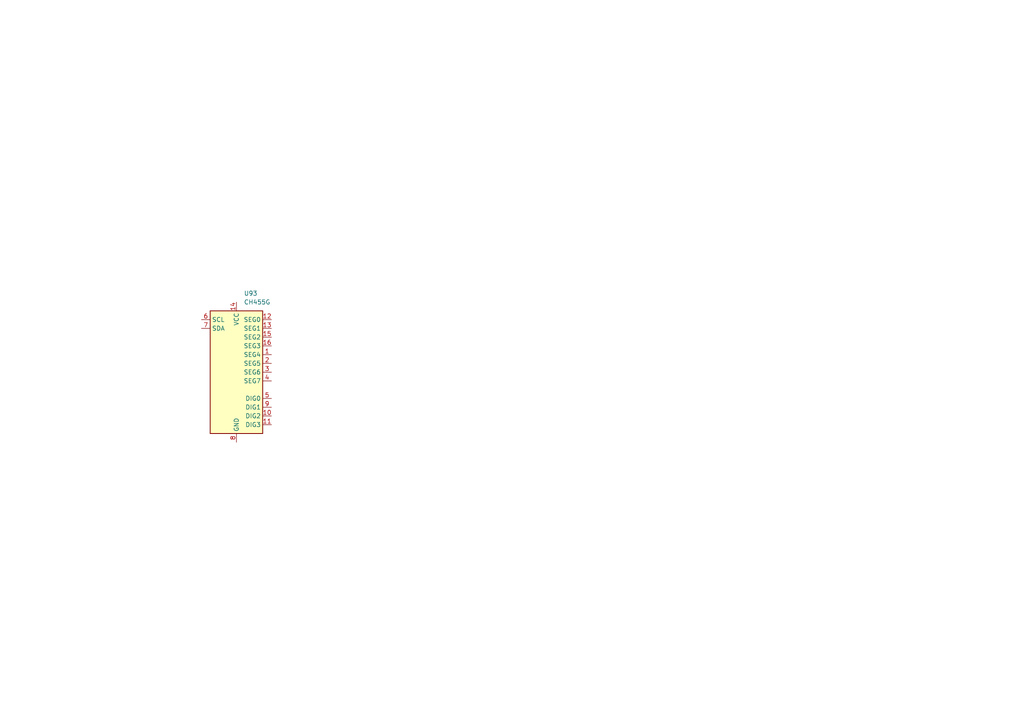
<source format=kicad_sch>
(kicad_sch (version 20250114) (generator "eeschema") (generator_version "9.0")
  (paper "A4")
  (lib_symbols
    (symbol "Driver_LED:CH455G"
      (property "Reference" "U" (at 4.064 21.59 0))
      (property "Value" "CH455G" (at 4.318 19.05 0))
      (symbol "CH455G_0_0"
        (pin input line (at -10.16 15.24 0) (length 2.54) (name "SCL") (number "6"))
        (pin bidirectional line (at -10.16 12.7 0) (length 2.54) (name "SDA") (number "7"))
        (pin power_in line (at 0 20.32 270) (length 2.54) (name "VCC") (number "14"))
        (pin power_in line (at 0 -20.32 90) (length 2.54) (name "GND") (number "8"))
        (pin tri_state line (at 10.16 15.24 180) (length 2.54) (name "SEG0") (number "12"))
        (pin tri_state line (at 10.16 12.7 180) (length 2.54) (name "SEG1") (number "13"))
        (pin tri_state line (at 10.16 10.16 180) (length 2.54) (name "SEG2") (number "15"))
        (pin tri_state line (at 10.16 7.62 180) (length 2.54) (name "SEG3") (number "16"))
        (pin tri_state line (at 10.16 5.08 180) (length 2.54) (name "SEG4") (number "1"))
        (pin tri_state line (at 10.16 2.54 180) (length 2.54) (name "SEG5") (number "2"))
        (pin tri_state line (at 10.16 0 180) (length 2.54) (name "SEG6") (number "3"))
        (pin tri_state line (at 10.16 -2.54 180) (length 2.54) (name "SEG7") (number "4"))
        (pin output line (at 10.16 -7.62 180) (length 2.54) (name "DIG0") (number "5"))
        (pin output line (at 10.16 -10.16 180) (length 2.54) (name "DIG1") (number "9"))
        (pin output line (at 10.16 -12.7 180) (length 2.54) (name "DIG2") (number "10"))
        (pin output line (at 10.16 -15.24 180) (length 2.54) (name "DIG3") (number "11"))
      )
      (symbol "CH455G_1_1"
        (rectangle (start -7.62 17.78) (end 7.62 -17.78) (stroke (width 0.254)) (fill (type background)))
      )
    )
  )
  (symbol (lib_id "Driver_LED:CH455G") (at 68.58 107.95 0) (unit 1)
    (property "Reference" "U93" (at 70.7233 85.09 0) (effects (justify left)))
    (property "Value" "CH455G" (at 70.7233 87.63 0) (effects (justify left)))
    (property "Footprint" "Package_SO:STC_SOP-16_3.9x9.9mm_P1.27mm" (effects (hide yes)))
    (property "Datasheet" "https://www.wch-ic.com/products/CH455.html" (effects (hide yes)))
    (property "Description" "Digital tube driver and keyboard scan (common cathode only), SOIC-16 (SOP-16)" (effects (hide yes)))
  )
)
</source>
